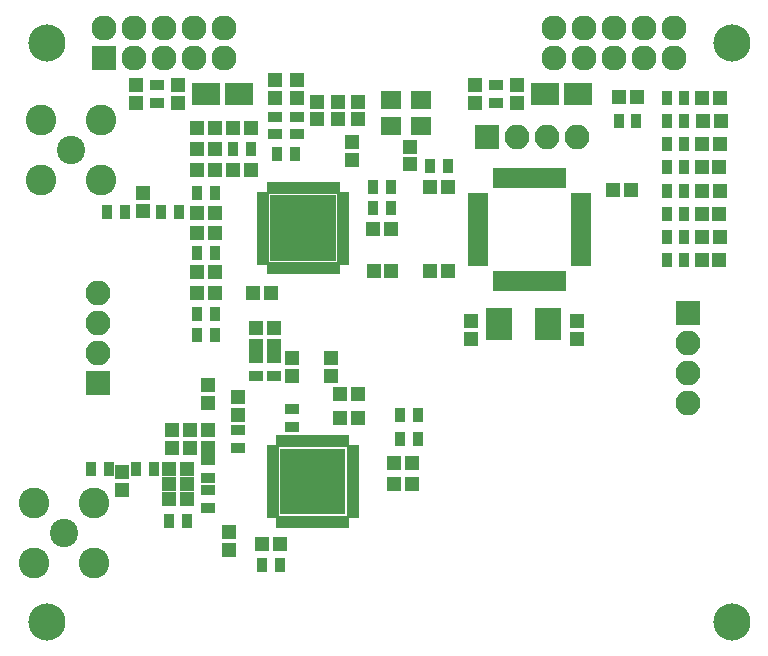
<source format=gts>
G04 #@! TF.FileFunction,Soldermask,Top*
%FSLAX46Y46*%
G04 Gerber Fmt 4.6, Leading zero omitted, Abs format (unit mm)*
G04 Created by KiCad (PCBNEW 4.0.7) date 01/27/18 12:09:31*
%MOMM*%
%LPD*%
G01*
G04 APERTURE LIST*
%ADD10C,0.100000*%
%ADD11R,2.100000X2.100000*%
%ADD12O,2.100000X2.100000*%
%ADD13C,2.600000*%
%ADD14C,2.400000*%
%ADD15R,1.100000X0.650000*%
%ADD16R,0.650000X1.100000*%
%ADD17R,1.687500X1.687500*%
%ADD18R,0.650000X1.700000*%
%ADD19R,1.700000X0.650000*%
%ADD20R,2.300000X2.800000*%
%ADD21R,1.150000X1.200000*%
%ADD22R,1.200000X1.150000*%
%ADD23R,1.197560X1.197560*%
%ADD24R,0.900000X1.300000*%
%ADD25R,1.300000X0.900000*%
%ADD26R,2.350000X1.900000*%
%ADD27C,3.150000*%
%ADD28R,2.127200X2.127200*%
%ADD29C,2.127200*%
%ADD30R,1.800000X1.600000*%
G04 APERTURE END LIST*
D10*
D11*
X82169000Y-66421000D03*
D12*
X82169000Y-63881000D03*
X82169000Y-61341000D03*
X82169000Y-58801000D03*
D11*
X132080000Y-60452000D03*
D12*
X132080000Y-62992000D03*
X132080000Y-65532000D03*
X132080000Y-68072000D03*
D13*
X77317600Y-49174400D03*
X77317600Y-44094400D03*
X82397600Y-44094400D03*
X82397600Y-49174400D03*
D14*
X79857600Y-46634400D03*
D15*
X96113750Y-50515750D03*
X96113750Y-51015750D03*
X96113750Y-51515750D03*
X96113750Y-52015750D03*
X96113750Y-52515750D03*
X96113750Y-53015750D03*
X96113750Y-53515750D03*
X96113750Y-54015750D03*
X96113750Y-54515750D03*
X96113750Y-55015750D03*
X96113750Y-55515750D03*
X96113750Y-56015750D03*
D16*
X96763750Y-56665750D03*
X97263750Y-56665750D03*
X97763750Y-56665750D03*
X98263750Y-56665750D03*
X98763750Y-56665750D03*
X99263750Y-56665750D03*
X99763750Y-56665750D03*
X100263750Y-56665750D03*
X100763750Y-56665750D03*
X101263750Y-56665750D03*
X101763750Y-56665750D03*
X102263750Y-56665750D03*
D15*
X102913750Y-56015750D03*
X102913750Y-55515750D03*
X102913750Y-55015750D03*
X102913750Y-54515750D03*
X102913750Y-54015750D03*
X102913750Y-53515750D03*
X102913750Y-53015750D03*
X102913750Y-52515750D03*
X102913750Y-52015750D03*
X102913750Y-51515750D03*
X102913750Y-51015750D03*
X102913750Y-50515750D03*
D16*
X102263750Y-49865750D03*
X101763750Y-49865750D03*
X101263750Y-49865750D03*
X100763750Y-49865750D03*
X100263750Y-49865750D03*
X99763750Y-49865750D03*
X99263750Y-49865750D03*
X98763750Y-49865750D03*
X98263750Y-49865750D03*
X97763750Y-49865750D03*
X97263750Y-49865750D03*
X96763750Y-49865750D03*
D17*
X101445000Y-55197000D03*
X101445000Y-53909500D03*
X101445000Y-52622000D03*
X101445000Y-51334500D03*
X100157500Y-55197000D03*
X100157500Y-53909500D03*
X100157500Y-52622000D03*
X100157500Y-51334500D03*
X98870000Y-55197000D03*
X98870000Y-53909500D03*
X98870000Y-52622000D03*
X98870000Y-51334500D03*
X97582500Y-55197000D03*
X97582500Y-53909500D03*
X97582500Y-52622000D03*
X97582500Y-51334500D03*
D18*
X115970000Y-57722000D03*
X116470000Y-57722000D03*
X116970000Y-57722000D03*
X117470000Y-57722000D03*
X117970000Y-57722000D03*
X118470000Y-57722000D03*
X118970000Y-57722000D03*
X119470000Y-57722000D03*
X119970000Y-57722000D03*
X120470000Y-57722000D03*
X120970000Y-57722000D03*
X121470000Y-57722000D03*
D19*
X123070000Y-56122000D03*
X123070000Y-55622000D03*
X123070000Y-55122000D03*
X123070000Y-54622000D03*
X123070000Y-54122000D03*
X123070000Y-53622000D03*
X123070000Y-53122000D03*
X123070000Y-52622000D03*
X123070000Y-52122000D03*
X123070000Y-51622000D03*
X123070000Y-51122000D03*
X123070000Y-50622000D03*
D18*
X121470000Y-49022000D03*
X120970000Y-49022000D03*
X120470000Y-49022000D03*
X119970000Y-49022000D03*
X119470000Y-49022000D03*
X118970000Y-49022000D03*
X118470000Y-49022000D03*
X117970000Y-49022000D03*
X117470000Y-49022000D03*
X116970000Y-49022000D03*
X116470000Y-49022000D03*
X115970000Y-49022000D03*
D19*
X114370000Y-50622000D03*
X114370000Y-51122000D03*
X114370000Y-51622000D03*
X114370000Y-52122000D03*
X114370000Y-52622000D03*
X114370000Y-53122000D03*
X114370000Y-53622000D03*
X114370000Y-54122000D03*
X114370000Y-54622000D03*
X114370000Y-55122000D03*
X114370000Y-55622000D03*
X114370000Y-56122000D03*
D20*
X116120000Y-61372000D03*
X120220000Y-61372000D03*
D21*
X85979000Y-51804000D03*
X85979000Y-50304000D03*
D22*
X90563000Y-48323500D03*
X92063000Y-48323500D03*
X90563000Y-46545500D03*
X92063000Y-46545500D03*
X92070000Y-52022000D03*
X90570000Y-52022000D03*
X92063000Y-53721000D03*
X90563000Y-53721000D03*
X92070000Y-57023000D03*
X90570000Y-57023000D03*
X92063000Y-58737500D03*
X90563000Y-58737500D03*
X92063000Y-44767500D03*
X90563000Y-44767500D03*
X95111000Y-48323500D03*
X93611000Y-48323500D03*
X95262000Y-58737500D03*
X96762000Y-58737500D03*
X95105000Y-44767500D03*
X93605000Y-44767500D03*
D21*
X97155000Y-42215500D03*
X97155000Y-40715500D03*
X98996500Y-42215500D03*
X98996500Y-40715500D03*
X100711000Y-44057000D03*
X100711000Y-42557000D03*
X102489000Y-42557000D03*
X102489000Y-44057000D03*
D22*
X126250000Y-42164000D03*
X127750000Y-42164000D03*
D21*
X104203500Y-44057000D03*
X104203500Y-42557000D03*
X103632000Y-45986000D03*
X103632000Y-47486000D03*
X108585000Y-46367000D03*
X108585000Y-47867000D03*
D22*
X106985500Y-56896000D03*
X105485500Y-56896000D03*
D21*
X113720000Y-62622000D03*
X113720000Y-61122000D03*
D22*
X106922000Y-53340000D03*
X105422000Y-53340000D03*
D21*
X122720000Y-62622000D03*
X122720000Y-61122000D03*
D22*
X111748000Y-56896000D03*
X110248000Y-56896000D03*
X125742000Y-50038000D03*
X127242000Y-50038000D03*
X111748000Y-49784000D03*
X110248000Y-49784000D03*
D23*
X133362700Y-44196000D03*
X134861300Y-44196000D03*
X133302700Y-42242000D03*
X134801300Y-42242000D03*
X133302700Y-46166000D03*
X134801300Y-46166000D03*
X133262700Y-48128000D03*
X134761300Y-48128000D03*
X133302700Y-50090000D03*
X134801300Y-50090000D03*
X133262700Y-52052000D03*
X134761300Y-52052000D03*
X133302700Y-54014000D03*
X134801300Y-54014000D03*
X133262700Y-55976000D03*
X134761300Y-55976000D03*
D24*
X82943000Y-51943000D03*
X84443000Y-51943000D03*
X87515000Y-51943000D03*
X89015000Y-51943000D03*
X92063000Y-50292000D03*
X90563000Y-50292000D03*
X90570000Y-55372000D03*
X92070000Y-55372000D03*
X110248000Y-48006000D03*
X111748000Y-48006000D03*
X92063000Y-62357000D03*
X90563000Y-62357000D03*
X92063000Y-60515500D03*
X90563000Y-60515500D03*
X95105000Y-46545500D03*
X93605000Y-46545500D03*
D25*
X97155000Y-45327000D03*
X97155000Y-43827000D03*
X98996500Y-45327000D03*
X98996500Y-43827000D03*
D24*
X127738000Y-44196000D03*
X126238000Y-44196000D03*
X106922000Y-49784000D03*
X105422000Y-49784000D03*
X106922000Y-51562000D03*
X105422000Y-51562000D03*
X131802000Y-42242000D03*
X130302000Y-42242000D03*
X131802000Y-46166000D03*
X130302000Y-46166000D03*
X131802000Y-48128000D03*
X130302000Y-48128000D03*
X131802000Y-50090000D03*
X130302000Y-50090000D03*
X131802000Y-52052000D03*
X130302000Y-52052000D03*
X131802000Y-54014000D03*
X130302000Y-54014000D03*
X131802000Y-55976000D03*
X130302000Y-55976000D03*
X130302000Y-44204000D03*
X131802000Y-44204000D03*
D21*
X114046000Y-41148000D03*
X114046000Y-42648000D03*
D26*
X120037000Y-41910000D03*
X122787000Y-41910000D03*
D21*
X117602000Y-42660000D03*
X117602000Y-41160000D03*
X85356000Y-41160000D03*
X85356000Y-42660000D03*
D26*
X91335000Y-41910000D03*
X94085000Y-41910000D03*
D21*
X88900000Y-42660000D03*
X88900000Y-41160000D03*
D25*
X115824000Y-41160000D03*
X115824000Y-42660000D03*
X87122000Y-41160000D03*
X87122000Y-42660000D03*
D11*
X115062000Y-45593000D03*
D12*
X117602000Y-45593000D03*
X120142000Y-45593000D03*
X122682000Y-45593000D03*
D21*
X84201000Y-75426000D03*
X84201000Y-73926000D03*
X91440000Y-70370000D03*
X91440000Y-71870000D03*
X89916000Y-70370000D03*
X89916000Y-71870000D03*
D22*
X88150000Y-73660000D03*
X89650000Y-73660000D03*
X88150000Y-74930000D03*
X89650000Y-74930000D03*
X88150000Y-76200000D03*
X89650000Y-76200000D03*
D21*
X93218000Y-80506000D03*
X93218000Y-79006000D03*
X93980000Y-67576000D03*
X93980000Y-69076000D03*
X88392000Y-70370000D03*
X88392000Y-71870000D03*
D22*
X97524000Y-80010000D03*
X96024000Y-80010000D03*
D21*
X91440000Y-68060000D03*
X91440000Y-66560000D03*
X95504000Y-61734000D03*
X95504000Y-63234000D03*
X97028000Y-61734000D03*
X97028000Y-63234000D03*
X98552000Y-64274000D03*
X98552000Y-65774000D03*
X101854000Y-65774000D03*
X101854000Y-64274000D03*
D22*
X104128000Y-67310000D03*
X102628000Y-67310000D03*
X107200000Y-74930000D03*
X108700000Y-74930000D03*
X107200000Y-73152000D03*
X108700000Y-73152000D03*
D24*
X81546000Y-73660000D03*
X83046000Y-73660000D03*
X85356000Y-73660000D03*
X86856000Y-73660000D03*
D25*
X91440000Y-74410000D03*
X91440000Y-72910000D03*
X91440000Y-76950000D03*
X91440000Y-75450000D03*
X98552000Y-70092000D03*
X98552000Y-68592000D03*
D24*
X89650000Y-78105000D03*
X88150000Y-78105000D03*
X96024000Y-81788000D03*
X97524000Y-81788000D03*
D25*
X93980000Y-71870000D03*
X93980000Y-70370000D03*
X95504000Y-65774000D03*
X95504000Y-64274000D03*
X97028000Y-65774000D03*
X97028000Y-64274000D03*
D24*
X109208000Y-69088000D03*
X107708000Y-69088000D03*
X109208000Y-71120000D03*
X107708000Y-71120000D03*
D15*
X96930000Y-71989500D03*
X96930000Y-72489500D03*
X96930000Y-72989500D03*
X96930000Y-73489500D03*
X96930000Y-73989500D03*
X96930000Y-74489500D03*
X96930000Y-74989500D03*
X96930000Y-75489500D03*
X96930000Y-75989500D03*
X96930000Y-76489500D03*
X96930000Y-76989500D03*
X96930000Y-77489500D03*
D16*
X97580000Y-78139500D03*
X98080000Y-78139500D03*
X98580000Y-78139500D03*
X99080000Y-78139500D03*
X99580000Y-78139500D03*
X100080000Y-78139500D03*
X100580000Y-78139500D03*
X101080000Y-78139500D03*
X101580000Y-78139500D03*
X102080000Y-78139500D03*
X102580000Y-78139500D03*
X103080000Y-78139500D03*
D15*
X103730000Y-77489500D03*
X103730000Y-76989500D03*
X103730000Y-76489500D03*
X103730000Y-75989500D03*
X103730000Y-75489500D03*
X103730000Y-74989500D03*
X103730000Y-74489500D03*
X103730000Y-73989500D03*
X103730000Y-73489500D03*
X103730000Y-72989500D03*
X103730000Y-72489500D03*
X103730000Y-71989500D03*
D16*
X103080000Y-71339500D03*
X102580000Y-71339500D03*
X102080000Y-71339500D03*
X101580000Y-71339500D03*
X101080000Y-71339500D03*
X100580000Y-71339500D03*
X100080000Y-71339500D03*
X99580000Y-71339500D03*
X99080000Y-71339500D03*
X98580000Y-71339500D03*
X98080000Y-71339500D03*
X97580000Y-71339500D03*
D17*
X102261250Y-76670750D03*
X102261250Y-75383250D03*
X102261250Y-74095750D03*
X102261250Y-72808250D03*
X100973750Y-76670750D03*
X100973750Y-75383250D03*
X100973750Y-74095750D03*
X100973750Y-72808250D03*
X99686250Y-76670750D03*
X99686250Y-75383250D03*
X99686250Y-74095750D03*
X99686250Y-72808250D03*
X98398750Y-76670750D03*
X98398750Y-75383250D03*
X98398750Y-74095750D03*
X98398750Y-72808250D03*
D13*
X76708000Y-81661000D03*
X76708000Y-76581000D03*
X81788000Y-76581000D03*
X81788000Y-81661000D03*
D14*
X79248000Y-79121000D03*
D22*
X104128000Y-69342000D03*
X102628000Y-69342000D03*
D27*
X77807000Y-86603000D03*
X135807000Y-37603000D03*
X77807000Y-37603000D03*
X135807000Y-86603000D03*
D28*
X82677000Y-38873000D03*
D29*
X82677000Y-36333000D03*
X85217000Y-38873000D03*
X85217000Y-36333000D03*
X87757000Y-38873000D03*
X87757000Y-36333000D03*
X90297000Y-38873000D03*
X90297000Y-36333000D03*
X92837000Y-38873000D03*
X92837000Y-36333000D03*
X120777000Y-38873000D03*
X120777000Y-36333000D03*
X123317000Y-38873000D03*
X123317000Y-36333000D03*
X125857000Y-38873000D03*
X125857000Y-36333000D03*
X128397000Y-38873000D03*
X128397000Y-36333000D03*
X130937000Y-38873000D03*
X130937000Y-36333000D03*
D24*
X97294000Y-46990000D03*
X98794000Y-46990000D03*
D30*
X109474000Y-42461000D03*
X106934000Y-42461000D03*
X106934000Y-44661000D03*
X109474000Y-44661000D03*
M02*

</source>
